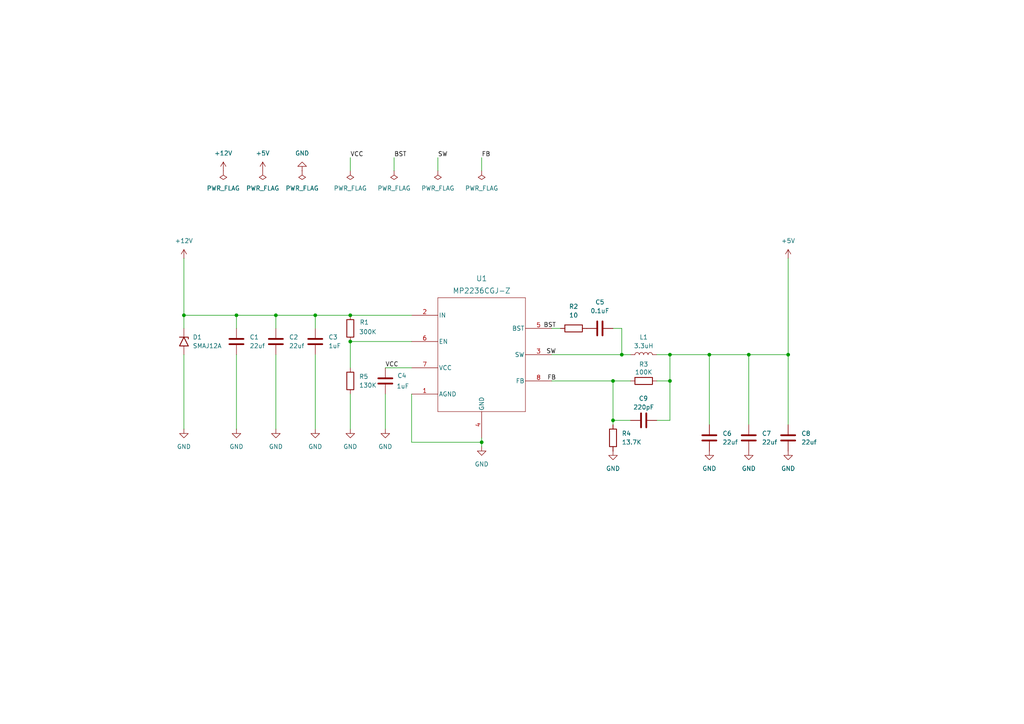
<source format=kicad_sch>
(kicad_sch (version 20231120) (generator "eeschema") (generator_version "8.0")
  (paper "A4")
  (title_block (title "MP2236电源模块") (date "2024-12-08") (rev "1.0"))
  (lib_symbols
    (symbol "Device:C" (pin_numbers hide) (pin_names (offset 0.254))
      (property "Reference" "C" (at 0.635 2.54 0))
      (property "Value" "C" (at 0.635 -2.54 0))
      (symbol "C_0_1"
        (polyline (pts (xy -2.032 -0.762) (xy 2.032 -0.762)) (stroke (width 0.508)))
        (polyline (pts (xy -2.032 0.762) (xy 2.032 0.762)) (stroke (width 0.508)))
      )
      (symbol "C_1_1"
        (pin passive line (at 0 3.81 270) (length 2.794) (name "~") (number "1"))
        (pin passive line (at 0 -3.81 90) (length 2.794) (name "~") (number "2"))
      )
    )
    (symbol "Device:L" (pin_numbers hide) (pin_names (offset 1.016) hide)
      (property "Reference" "L" (at -1.27 0 90))
      (property "Value" "L" (at 1.905 0 90))
      (symbol "L_0_1"
        (arc (start 0 -2.54) (mid 0.6323 -1.905) (end 0 -1.27))
        (arc (start 0 -1.27) (mid 0.6323 -0.635) (end 0 0))
        (arc (start 0 0) (mid 0.6323 0.635) (end 0 1.27))
        (arc (start 0 1.27) (mid 0.6323 1.905) (end 0 2.54))
      )
      (symbol "L_1_1"
        (pin passive line (at 0 3.81 270) (length 1.27) (name "1") (number "1"))
        (pin passive line (at 0 -3.81 90) (length 1.27) (name "2") (number "2"))
      )
    )
    (symbol "Device:R" (pin_numbers hide) (pin_names (offset 0))
      (property "Reference" "R" (at 2.032 0 90))
      (property "Value" "R" (at 0 0 90))
      (symbol "R_0_1"
        (rectangle (start -1.016 -2.54) (end 1.016 2.54) (stroke (width 0.254)))
      )
      (symbol "R_1_1"
        (pin passive line (at 0 3.81 270) (length 1.27) (name "~") (number "1"))
        (pin passive line (at 0 -3.81 90) (length 1.27) (name "~") (number "2"))
      )
    )
    (symbol "Diode:SMAJ12A" (pin_numbers hide) (pin_names (offset 1.016) hide)
      (property "Reference" "D" (at 0 2.54 0))
      (property "Value" "SMAJ12A" (at 0 -2.54 0))
      (symbol "SMAJ12A_0_1"
        (polyline (pts (xy -0.762 1.27) (xy -1.27 1.27) (xy -1.27 -1.27)) (stroke (width 0.254)))
        (polyline (pts (xy 1.27 1.27) (xy 1.27 -1.27) (xy -1.27 0) (xy 1.27 1.27)) (stroke (width 0.254)))
      )
      (symbol "SMAJ12A_1_1"
        (pin passive line (at -3.81 0 0) (length 2.54) (name "A1") (number "1"))
        (pin passive line (at 3.81 0 180) (length 2.54) (name "A2") (number "2"))
      )
    )
    (symbol "power:+12V" (power) (pin_numbers hide) (pin_names (offset 0) hide)
      (property "Value" "+12V" (at 0 3.556 0))
      (symbol "+12V_0_1"
        (polyline (pts (xy -0.762 1.27) (xy 0 2.54)))
        (polyline (pts (xy 0 0) (xy 0 2.54)))
        (polyline (pts (xy 0 2.54) (xy 0.762 1.27)))
      )
      (symbol "+12V_1_1"
        (pin power_in line (at 0 0 90) (length 0) (name "~") (number "1"))
      )
    )
    (symbol "power:+5V" (power) (pin_numbers hide) (pin_names (offset 0) hide)
      (property "Value" "+5V" (at 0 3.556 0))
      (symbol "+5V_0_1"
        (polyline (pts (xy -0.762 1.27) (xy 0 2.54)))
        (polyline (pts (xy 0 0) (xy 0 2.54)))
        (polyline (pts (xy 0 2.54) (xy 0.762 1.27)))
      )
      (symbol "+5V_1_1"
        (pin power_in line (at 0 0 90) (length 0) (name "~") (number "1"))
      )
    )
    (symbol "power:GND" (power) (pin_numbers hide) (pin_names (offset 0) hide)
      (property "Value" "GND" (at 0 -3.81 0))
      (symbol "GND_0_1"
        (polyline (pts (xy 0 0) (xy 0 -1.27) (xy 1.27 -1.27) (xy 0 -2.54) (xy -1.27 -1.27) (xy 0 -1.27)))
      )
      (symbol "GND_1_1"
        (pin power_in line (at 0 0 270) (length 0) (name "~") (number "1"))
      )
    )
    (symbol "power:PWR_FLAG" (power) (pin_numbers hide) (pin_names (offset 0) hide)
      (property "Value" "PWR_FLAG" (at 0 3.81 0))
      (symbol "PWR_FLAG_0_0"
        (pin power_out line (at 0 0 90) (length 0) (name "~") (number "1"))
      )
      (symbol "PWR_FLAG_0_1"
        (polyline (pts (xy 0 0) (xy 0 1.27) (xy -1.016 1.905) (xy 0 2.54) (xy 1.016 1.905) (xy 0 1.27)))
      )
    )
    (symbol "power_driver:MP2236CGJ-Z" (pin_names (offset 0.254))
      (property "Reference" "U" (at 20.32 10.16 0))
      (property "Value" "MP2236CGJ-Z" (at 20.32 7.62 0))
      (symbol "MP2236CGJ-Z_0_1"
        (polyline (pts (xy 7.62 -25.4) (xy 33.02 -25.4)) (stroke (width 0.127)))
        (polyline (pts (xy 7.62 7.62) (xy 7.62 -25.4)) (stroke (width 0.127)))
        (polyline (pts (xy 33.02 -25.4) (xy 33.02 7.62)) (stroke (width 0.127)))
        (polyline (pts (xy 33.02 7.62) (xy 7.62 7.62)) (stroke (width 0.127)))
        (pin power_in line (at 0 -20.32 0) (length 7.62) (name "AGND") (number "1"))
        (pin power_in line (at 0 2.54 0) (length 7.62) (name "IN") (number "2"))
        (pin power_in line (at 40.64 -8.89 180) (length 7.62) (name "SW") (number "3"))
        (pin power_in line (at 20.32 -33.02 90) (length 7.62) (name "GND") (number "4"))
        (pin power_in line (at 40.64 -1.27 180) (length 7.62) (name "BST") (number "5"))
        (pin input line (at 0 -5.08 0) (length 7.62) (name "EN") (number "6"))
        (pin power_in line (at 0 -12.7 0) (length 7.62) (name "VCC") (number "7"))
      )
      (symbol "MP2236CGJ-Z_1_1"
        (pin power_in line (at 40.64 -16.51 180) (length 7.62) (name "FB") (number "8"))
      )
    )
  )
  (junction (at 68.58 91.44))
  (junction (at 139.7 128.27))
  (junction (at 80.01 91.44))
  (junction (at 194.31 110.49))
  (junction (at 205.74 102.87))
  (junction (at 194.31 102.87))
  (junction (at 53.34 91.44))
  (junction (at 177.8 121.92))
  (junction (at 177.8 110.49))
  (junction (at 91.44 91.44))
  (junction (at 180.34 102.87))
  (junction (at 101.6 91.44))
  (junction (at 101.6 99.06))
  (junction (at 228.6 102.87))
  (junction (at 217.17 102.87))
  (wire (pts (xy 91.44 91.44) (xy 101.6 91.44)))
  (wire (pts (xy 160.02 102.87) (xy 180.34 102.87)))
  (wire (pts (xy 101.6 99.06) (xy 119.38 99.06)))
  (wire (pts (xy 205.74 102.87) (xy 205.74 123.19)))
  (wire (pts (xy 180.34 102.87) (xy 182.88 102.87)))
  (wire (pts (xy 205.74 102.87) (xy 217.17 102.87)))
  (wire (pts (xy 111.76 106.68) (xy 119.38 106.68)))
  (wire (pts (xy 177.8 121.92) (xy 182.88 121.92)))
  (wire (pts (xy 190.5 121.92) (xy 194.31 121.92)))
  (wire (pts (xy 101.6 45.72) (xy 101.6 49.53)))
  (wire (pts (xy 177.8 121.92) (xy 177.8 123.19)))
  (wire (pts (xy 53.34 95.25) (xy 53.34 91.44)))
  (wire (pts (xy 101.6 91.44) (xy 119.38 91.44)))
  (wire (pts (xy 80.01 95.25) (xy 80.01 91.44)))
  (wire (pts (xy 111.76 114.3) (xy 111.76 124.46)))
  (wire (pts (xy 228.6 102.87) (xy 217.17 102.87)))
  (wire (pts (xy 217.17 102.87) (xy 217.17 123.19)))
  (wire (pts (xy 180.34 95.25) (xy 180.34 102.87)))
  (wire (pts (xy 228.6 74.93) (xy 228.6 102.87)))
  (wire (pts (xy 91.44 95.25) (xy 91.44 91.44)))
  (wire (pts (xy 80.01 102.87) (xy 80.01 124.46)))
  (wire (pts (xy 177.8 95.25) (xy 180.34 95.25)))
  (wire (pts (xy 53.34 102.87) (xy 53.34 124.46)))
  (wire (pts (xy 114.3 45.72) (xy 114.3 49.53)))
  (wire (pts (xy 119.38 128.27) (xy 139.7 128.27)))
  (wire (pts (xy 139.7 129.54) (xy 139.7 128.27)))
  (wire (pts (xy 68.58 102.87) (xy 68.58 124.46)))
  (wire (pts (xy 190.5 110.49) (xy 194.31 110.49)))
  (wire (pts (xy 160.02 110.49) (xy 177.8 110.49)))
  (wire (pts (xy 177.8 110.49) (xy 182.88 110.49)))
  (wire (pts (xy 127 45.72) (xy 127 49.53)))
  (wire (pts (xy 194.31 102.87) (xy 205.74 102.87)))
  (wire (pts (xy 101.6 114.3) (xy 101.6 124.46)))
  (wire (pts (xy 194.31 110.49) (xy 194.31 121.92)))
  (wire (pts (xy 194.31 110.49) (xy 194.31 102.87)))
  (wire (pts (xy 91.44 102.87) (xy 91.44 124.46)))
  (wire (pts (xy 68.58 91.44) (xy 80.01 91.44)))
  (wire (pts (xy 228.6 102.87) (xy 228.6 123.19)))
  (wire (pts (xy 139.7 45.72) (xy 139.7 49.53)))
  (wire (pts (xy 139.7 128.27) (xy 139.7 127)))
  (wire (pts (xy 101.6 106.68) (xy 101.6 99.06)))
  (wire (pts (xy 80.01 91.44) (xy 91.44 91.44)))
  (wire (pts (xy 177.8 110.49) (xy 177.8 121.92)))
  (wire (pts (xy 160.02 95.25) (xy 162.56 95.25)))
  (wire (pts (xy 53.34 91.44) (xy 68.58 91.44)))
  (wire (pts (xy 53.34 74.93) (xy 53.34 91.44)))
  (wire (pts (xy 190.5 102.87) (xy 194.31 102.87)))
  (wire (pts (xy 119.38 114.3) (xy 119.38 128.27)))
  (wire (pts (xy 68.58 95.25) (xy 68.58 91.44)))
  (label "VCC" (at 101.6 45.72 0))
  (label "BST" (at 161.29 95.25 180))
  (label "SW" (at 161.29 102.87 180))
  (label "BST" (at 114.3 45.72 0))
  (label "VCC" (at 111.76 106.68 0))
  (label "FB" (at 139.7 45.72 0))
  (label "SW" (at 127 45.72 0))
  (label "FB" (at 161.29 110.49 180))
  (symbol (lib_id "Device:L") (at 186.69 102.87 90) (unit 1)
    (property "Reference" "L1" (at 186.69 97.79 90))
    (property "Value" "3.3uH" (at 186.69 100.33 90))
    (property "Footprint" "Inductor_SMD:L_Abracon_ASPI-0630LR" (effects (hide yes)))
    (property "Description" "Inductor" (effects (hide yes)))
  )
  (symbol (lib_id "power:PWR_FLAG") (at 64.77 49.53 180) (unit 1)
    (property "Reference" "#FLG01" (effects (hide yes)))
    (property "Value" "PWR_FLAG" (at 64.77 54.61 0))
    (property "Description" "Special symbol for telling ERC where power comes from" (effects (hide yes)))
  )
  (symbol (lib_id "power:GND") (at 139.7 129.54 0) (unit 1)
    (property "Reference" "#PWR06" (effects (hide yes)))
    (property "Value" "GND" (at 139.7 134.62 0))
    (property "Description" "Power symbol creates a global label with name \"GND\" , ground" (effects (hide yes)))
  )
  (symbol (lib_id "Device:C") (at 80.01 99.06 0) (unit 1)
    (property "Reference" "C2" (at 83.82 97.7899 0) (effects (justify left)))
    (property "Value" "22uf" (at 83.82 100.3299 0) (effects (justify left)))
    (property "Footprint" "Capacitor_SMD:C_1206_3216Metric_Pad1.33x1.80mm_HandSolder" (effects (hide yes)))
    (property "Description" "Unpolarized capacitor" (effects (hide yes)))
  )
  (symbol (lib_id "power_driver:MP2236CGJ-Z") (at 119.38 93.98 0) (unit 1)
    (property "Reference" "U1" (at 139.7 80.772 0) (effects (font (size 1.524 1.524))))
    (property "Value" "MP2236CGJ-Z" (at 139.7 84.328 0) (effects (font (size 1.524 1.524))))
    (property "Footprint" "Package_TO_SOT_SMD:TSOT-23-8_HandSoldering" (effects (hide yes)))
    (property "Datasheet" "MP2236CGJ-Z" (effects (hide yes)))
  )
  (symbol (lib_id "power:GND") (at 205.74 130.81 0) (unit 1)
    (property "Reference" "#PWR08" (effects (hide yes)))
    (property "Value" "GND" (at 205.74 135.89 0))
    (property "Description" "Power symbol creates a global label with name \"GND\" , ground" (effects (hide yes)))
  )
  (symbol (lib_id "Device:R") (at 166.37 95.25 90) (unit 1)
    (property "Reference" "R2" (at 166.37 88.9 90))
    (property "Value" "10" (at 166.37 91.44 90))
    (property "Footprint" "Resistor_SMD:R_0805_2012Metric_Pad1.20x1.40mm_HandSolder" (effects (hide yes)))
    (property "Description" "Resistor" (effects (hide yes)))
  )
  (symbol (lib_id "Device:R") (at 101.6 95.25 0) (unit 1)
    (property "Reference" "R1" (at 105.664 93.472 0))
    (property "Value" "300K" (at 106.68 96.266 0))
    (property "Footprint" "Resistor_SMD:R_0805_2012Metric_Pad1.20x1.40mm_HandSolder" (effects (hide yes)))
    (property "Description" "Resistor" (effects (hide yes)))
  )
  (symbol (lib_id "power:GND") (at 111.76 124.46 0) (unit 1)
    (property "Reference" "#PWR016" (effects (hide yes)))
    (property "Value" "GND" (at 111.76 129.54 0))
    (property "Description" "Power symbol creates a global label with name \"GND\" , ground" (effects (hide yes)))
  )
  (symbol (lib_id "power:GND") (at 101.6 124.46 0) (unit 1)
    (property "Reference" "#PWR015" (effects (hide yes)))
    (property "Value" "GND" (at 101.6 129.54 0))
    (property "Description" "Power symbol creates a global label with name \"GND\" , ground" (effects (hide yes)))
  )
  (symbol (lib_id "power:GND") (at 228.6 130.81 0) (unit 1)
    (property "Reference" "#PWR010" (effects (hide yes)))
    (property "Value" "GND" (at 228.6 135.89 0))
    (property "Description" "Power symbol creates a global label with name \"GND\" , ground" (effects (hide yes)))
  )
  (symbol (lib_id "power:+5V") (at 76.2 49.53 0) (unit 1)
    (property "Reference" "#PWR02" (effects (hide yes)))
    (property "Value" "+5V" (at 76.2 44.45 0))
    (property "Description" "Power symbol creates a global label with name \"+5V\"" (effects (hide yes)))
  )
  (symbol (lib_id "power:GND") (at 91.44 124.46 0) (unit 1)
    (property "Reference" "#PWR014" (effects (hide yes)))
    (property "Value" "GND" (at 91.44 129.54 0))
    (property "Description" "Power symbol creates a global label with name \"GND\" , ground" (effects (hide yes)))
  )
  (symbol (lib_id "Device:R") (at 177.8 127 180) (unit 1)
    (property "Reference" "R4" (at 180.34 125.7299 0) (effects (justify right)))
    (property "Value" "13.7K" (at 180.34 128.2699 0) (effects (justify right)))
    (property "Footprint" "Resistor_SMD:R_0805_2012Metric_Pad1.20x1.40mm_HandSolder" (effects (hide yes)))
    (property "Description" "Resistor" (effects (hide yes)))
  )
  (symbol (lib_id "Device:C") (at 173.99 95.25 90) (unit 1)
    (property "Reference" "C5" (at 173.99 87.63 90))
    (property "Value" "0.1uF" (at 173.99 90.17 90))
    (property "Footprint" "Capacitor_SMD:C_0805_2012Metric_Pad1.18x1.45mm_HandSolder" (effects (hide yes)))
    (property "Description" "Unpolarized capacitor" (effects (hide yes)))
  )
  (symbol (lib_id "power:PWR_FLAG") (at 87.63 49.53 180) (unit 1)
    (property "Reference" "#FLG03" (effects (hide yes)))
    (property "Value" "PWR_FLAG" (at 87.63 54.61 0))
    (property "Description" "Special symbol for telling ERC where power comes from" (effects (hide yes)))
  )
  (symbol (lib_id "power:GND") (at 177.8 130.81 0) (unit 1)
    (property "Reference" "#PWR07" (effects (hide yes)))
    (property "Value" "GND" (at 177.8 135.89 0))
    (property "Description" "Power symbol creates a global label with name \"GND\" , ground" (effects (hide yes)))
  )
  (symbol (lib_id "Device:C") (at 205.74 127 0) (unit 1)
    (property "Reference" "C6" (at 209.55 125.7299 0) (effects (justify left)))
    (property "Value" "22uf" (at 209.55 128.2699 0) (effects (justify left)))
    (property "Footprint" "Capacitor_SMD:C_1206_3216Metric_Pad1.33x1.80mm_HandSolder" (effects (hide yes)))
    (property "Description" "Unpolarized capacitor" (effects (hide yes)))
  )
  (symbol (lib_id "power:+12V") (at 53.34 74.93 0) (unit 1)
    (property "Reference" "#PWR04" (effects (hide yes)))
    (property "Value" "+12V" (at 53.34 69.85 0))
    (property "Description" "Power symbol creates a global label with name \"+12V\"" (effects (hide yes)))
  )
  (symbol (lib_id "power:GND") (at 217.17 130.81 0) (unit 1)
    (property "Reference" "#PWR09" (effects (hide yes)))
    (property "Value" "GND" (at 217.17 135.89 0))
    (property "Description" "Power symbol creates a global label with name \"GND\" , ground" (effects (hide yes)))
  )
  (symbol (lib_id "power:+12V") (at 64.77 49.53 0) (unit 1)
    (property "Reference" "#PWR01" (effects (hide yes)))
    (property "Value" "+12V" (at 64.77 44.45 0))
    (property "Description" "Power symbol creates a global label with name \"+12V\"" (effects (hide yes)))
  )
  (symbol (lib_id "power:PWR_FLAG") (at 101.6 49.53 180) (unit 1)
    (property "Reference" "#FLG04" (effects (hide yes)))
    (property "Value" "PWR_FLAG" (at 101.6 54.61 0))
    (property "Description" "Special symbol for telling ERC where power comes from" (effects (hide yes)))
  )
  (symbol (lib_id "power:GND") (at 87.63 49.53 180) (unit 1)
    (property "Reference" "#PWR03" (effects (hide yes)))
    (property "Value" "GND" (at 87.63 44.45 0))
    (property "Description" "Power symbol creates a global label with name \"GND\" , ground" (effects (hide yes)))
  )
  (symbol (lib_id "Device:C") (at 186.69 121.92 270) (unit 1)
    (property "Reference" "C9" (at 187.96 115.57 90) (effects (justify right)))
    (property "Value" "220pF" (at 189.738 118.11 90) (effects (justify right)))
    (property "Footprint" "Capacitor_SMD:C_0805_2012Metric_Pad1.18x1.45mm_HandSolder" (effects (hide yes)))
    (property "Description" "Unpolarized capacitor" (effects (hide yes)))
  )
  (symbol (lib_id "power:PWR_FLAG") (at 139.7 49.53 180) (unit 1)
    (property "Reference" "#FLG07" (effects (hide yes)))
    (property "Value" "PWR_FLAG" (at 139.7 54.61 0))
    (property "Description" "Special symbol for telling ERC where power comes from" (effects (hide yes)))
  )
  (symbol (lib_id "Device:C") (at 217.17 127 0) (unit 1)
    (property "Reference" "C7" (at 220.98 125.7299 0) (effects (justify left)))
    (property "Value" "22uf" (at 220.98 128.2699 0) (effects (justify left)))
    (property "Footprint" "Capacitor_SMD:C_1206_3216Metric_Pad1.33x1.80mm_HandSolder" (effects (hide yes)))
    (property "Description" "Unpolarized capacitor" (effects (hide yes)))
  )
  (symbol (lib_id "Diode:SMAJ12A") (at 53.34 99.06 270) (unit 1)
    (property "Reference" "D1" (at 55.88 97.7899 90) (effects (justify left)))
    (property "Value" "SMAJ12A" (at 55.88 100.3299 90) (effects (justify left)))
    (property "Footprint" "Diode_SMD:D_SMA" (effects (hide yes)))
    (property "Datasheet" "https://www.littelfuse.com/media?resourcetype=datasheets&itemid=75e32973-b177-4ee3-a0ff-cedaf1abdb93&filename=smaj-datasheet" (effects (hide yes)))
    (property "Description" "400W unidirectional Transient Voltage Suppressor, 12.0Vr, SMA(DO-214AC)" (effects (hide yes)))
  )
  (symbol (lib_id "Device:C") (at 91.44 99.06 0) (unit 1)
    (property "Reference" "C3" (at 95.25 97.7899 0) (effects (justify left)))
    (property "Value" "1uF" (at 95.25 100.3299 0) (effects (justify left)))
    (property "Footprint" "Capacitor_SMD:C_0805_2012Metric_Pad1.18x1.45mm_HandSolder" (effects (hide yes)))
    (property "Description" "Unpolarized capacitor" (effects (hide yes)))
  )
  (symbol (lib_id "power:GND") (at 68.58 124.46 0) (unit 1)
    (property "Reference" "#PWR012" (effects (hide yes)))
    (property "Value" "GND" (at 68.58 129.54 0))
    (property "Description" "Power symbol creates a global label with name \"GND\" , ground" (effects (hide yes)))
  )
  (symbol (lib_id "Device:C") (at 111.76 110.49 180) (unit 1)
    (property "Reference" "C4" (at 116.586 108.966 0))
    (property "Value" "1uF" (at 116.84 112.014 0))
    (property "Footprint" "Capacitor_SMD:C_0805_2012Metric_Pad1.18x1.45mm_HandSolder" (effects (hide yes)))
    (property "Description" "Unpolarized capacitor" (effects (hide yes)))
  )
  (symbol (lib_id "Device:R") (at 186.69 110.49 270) (unit 1)
    (property "Reference" "R3" (at 186.69 105.664 90))
    (property "Value" "100K" (at 186.69 107.95 90))
    (property "Footprint" "Resistor_SMD:R_0805_2012Metric_Pad1.20x1.40mm_HandSolder" (effects (hide yes)))
    (property "Description" "Resistor" (effects (hide yes)))
  )
  (symbol (lib_id "power:GND") (at 53.34 124.46 0) (unit 1)
    (property "Reference" "#PWR011" (effects (hide yes)))
    (property "Value" "GND" (at 53.34 129.54 0))
    (property "Description" "Power symbol creates a global label with name \"GND\" , ground" (effects (hide yes)))
  )
  (symbol (lib_id "power:PWR_FLAG") (at 76.2 49.53 180) (unit 1)
    (property "Reference" "#FLG02" (effects (hide yes)))
    (property "Value" "PWR_FLAG" (at 76.2 54.61 0))
    (property "Description" "Special symbol for telling ERC where power comes from" (effects (hide yes)))
  )
  (symbol (lib_id "Device:C") (at 68.58 99.06 0) (unit 1)
    (property "Reference" "C1" (at 72.39 97.7899 0) (effects (justify left)))
    (property "Value" "22uf" (at 72.39 100.3299 0) (effects (justify left)))
    (property "Footprint" "Capacitor_SMD:C_1206_3216Metric_Pad1.33x1.80mm_HandSolder" (effects (hide yes)))
    (property "Description" "Unpolarized capacitor" (effects (hide yes)))
  )
  (symbol (lib_id "power:+5V") (at 228.6 74.93 0) (unit 1)
    (property "Reference" "#PWR05" (effects (hide yes)))
    (property "Value" "+5V" (at 228.6 69.85 0))
    (property "Description" "Power symbol creates a global label with name \"+5V\"" (effects (hide yes)))
  )
  (symbol (lib_id "Device:C") (at 228.6 127 0) (unit 1)
    (property "Reference" "C8" (at 232.41 125.7299 0) (effects (justify left)))
    (property "Value" "22uf" (at 232.41 128.2699 0) (effects (justify left)))
    (property "Footprint" "Capacitor_SMD:C_1206_3216Metric_Pad1.33x1.80mm_HandSolder" (effects (hide yes)))
    (property "Description" "Unpolarized capacitor" (effects (hide yes)))
  )
  (symbol (lib_id "power:PWR_FLAG") (at 114.3 49.53 180) (unit 1)
    (property "Reference" "#FLG05" (effects (hide yes)))
    (property "Value" "PWR_FLAG" (at 114.3 54.61 0))
    (property "Description" "Special symbol for telling ERC where power comes from" (effects (hide yes)))
  )
  (symbol (lib_id "power:PWR_FLAG") (at 127 49.53 180) (unit 1)
    (property "Reference" "#FLG06" (effects (hide yes)))
    (property "Value" "PWR_FLAG" (at 127 54.61 0))
    (property "Description" "Special symbol for telling ERC where power comes from" (effects (hide yes)))
  )
  (symbol (lib_id "Device:R") (at 101.6 110.49 0) (unit 1)
    (property "Reference" "R5" (at 104.14 109.2199 0) (effects (justify left)))
    (property "Value" "130K" (at 104.14 111.7599 0) (effects (justify left)))
    (property "Footprint" "Resistor_SMD:R_0805_2012Metric_Pad1.20x1.40mm_HandSolder" (effects (hide yes)))
    (property "Description" "Resistor" (effects (hide yes)))
  )
  (symbol (lib_id "power:GND") (at 80.01 124.46 0) (unit 1)
    (property "Reference" "#PWR013" (effects (hide yes)))
    (property "Value" "GND" (at 80.01 129.54 0))
    (property "Description" "Power symbol creates a global label with name \"GND\" , ground" (effects (hide yes)))
  )
)
</source>
